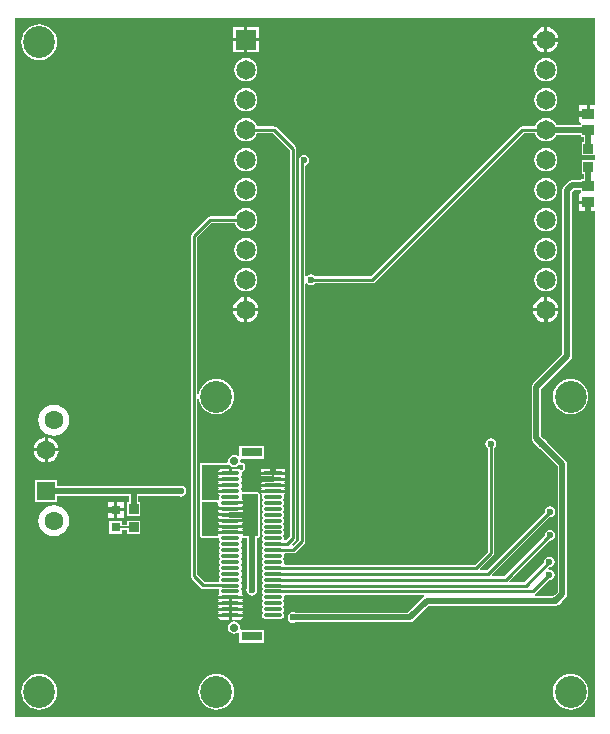
<source format=gtl>
G04*
G04 #@! TF.GenerationSoftware,Altium Limited,Altium Designer,18.1.9 (240)*
G04*
G04 Layer_Physical_Order=1*
G04 Layer_Color=255*
%FSLAX25Y25*%
%MOIN*%
G70*
G01*
G75*
%ADD11C,0.01000*%
%ADD12R,0.03150X0.03150*%
%ADD13R,0.03347X0.03347*%
%ADD14R,0.03937X0.03543*%
%ADD15R,0.07087X0.03150*%
%ADD16R,0.06299X0.01181*%
%ADD17O,0.06299X0.01181*%
%ADD31C,0.01968*%
%ADD32C,0.00600*%
%ADD33C,0.00984*%
%ADD34C,0.06500*%
%ADD35R,0.06500X0.06500*%
%ADD36R,0.06299X0.06299*%
%ADD37C,0.06299*%
%ADD38C,0.10630*%
%ADD39C,0.02756*%
%ADD40C,0.02362*%
G36*
X136164Y234589D02*
Y205331D01*
X134358D01*
Y202559D01*
X133858D01*
Y202059D01*
X130890D01*
Y199787D01*
X131290Y199616D01*
Y198859D01*
X123152D01*
X123017Y199186D01*
X122399Y199990D01*
X121595Y200607D01*
X120659Y200995D01*
X119653Y201127D01*
X118649Y200995D01*
X117712Y200607D01*
X116908Y199990D01*
X116291Y199186D01*
X115951Y198366D01*
X111811D01*
X111811Y198366D01*
X111382Y198280D01*
X111018Y198037D01*
X111018Y198037D01*
X61347Y148366D01*
X42731D01*
X42623Y148528D01*
X42033Y148922D01*
X41339Y149060D01*
X40644Y148922D01*
X40055Y148528D01*
X39999Y148446D01*
X39499Y148597D01*
Y185278D01*
X39760Y185330D01*
X40350Y185724D01*
X40743Y186313D01*
X40881Y187008D01*
X40743Y187703D01*
X40350Y188292D01*
X39760Y188686D01*
X39065Y188824D01*
X38370Y188686D01*
X37781Y188292D01*
X37388Y187703D01*
X37249Y187008D01*
X37328Y186610D01*
X37272Y186328D01*
Y60501D01*
X35306Y58534D01*
X35248Y58545D01*
X35083Y59088D01*
X36226Y60230D01*
X36226Y60231D01*
X36469Y60594D01*
X36555Y61024D01*
X36555Y61024D01*
Y190945D01*
X36555Y190945D01*
X36469Y191374D01*
X36226Y191738D01*
X36226Y191738D01*
X29927Y198037D01*
X29563Y198280D01*
X29134Y198366D01*
X29134Y198366D01*
X23356D01*
X23017Y199186D01*
X22399Y199990D01*
X21595Y200607D01*
X20659Y200995D01*
X19654Y201127D01*
X18649Y200995D01*
X17712Y200607D01*
X16908Y199990D01*
X16291Y199186D01*
X15903Y198249D01*
X15770Y197244D01*
X15903Y196239D01*
X16291Y195302D01*
X16908Y194498D01*
X17712Y193881D01*
X18649Y193493D01*
X19654Y193361D01*
X20659Y193493D01*
X21595Y193881D01*
X22399Y194498D01*
X23017Y195302D01*
X23356Y196123D01*
X28669D01*
X34312Y190480D01*
Y61488D01*
X33167Y60343D01*
X32803Y60382D01*
X32479Y60852D01*
X32513Y61024D01*
X32421Y61488D01*
X32157Y61882D01*
Y62134D01*
X32421Y62528D01*
X32513Y62992D01*
X32421Y63457D01*
X32157Y63850D01*
Y64102D01*
X32421Y64496D01*
X32513Y64961D01*
X32421Y65425D01*
X32157Y65819D01*
Y66071D01*
X32421Y66465D01*
X32513Y66929D01*
X32421Y67394D01*
X32157Y67787D01*
Y68039D01*
X32421Y68433D01*
X32513Y68898D01*
X32421Y69362D01*
X32157Y69756D01*
Y70008D01*
X32421Y70402D01*
X32513Y70866D01*
X32421Y71331D01*
X32157Y71724D01*
Y71976D01*
X32421Y72370D01*
X32513Y72835D01*
X32421Y73299D01*
X32157Y73693D01*
Y73945D01*
X32421Y74339D01*
X32513Y74803D01*
X32421Y75268D01*
X32263Y75503D01*
X32446Y75625D01*
X32798Y76151D01*
X32821Y76272D01*
X24659D01*
X24683Y76151D01*
X25034Y75625D01*
X25217Y75503D01*
X25060Y75268D01*
X24967Y74803D01*
X25060Y74339D01*
X25323Y73945D01*
Y73693D01*
X25060Y73299D01*
X24967Y72835D01*
X25060Y72370D01*
X25323Y71976D01*
Y71724D01*
X25060Y71331D01*
X24967Y70866D01*
X25060Y70402D01*
X25323Y70008D01*
Y69756D01*
X25060Y69362D01*
X24967Y68898D01*
X25060Y68433D01*
X25323Y68039D01*
Y67787D01*
X25060Y67394D01*
X24967Y66929D01*
X25060Y66465D01*
X25323Y66071D01*
Y65819D01*
X25060Y65425D01*
X24967Y64961D01*
X25060Y64496D01*
X25323Y64102D01*
Y63850D01*
X25060Y63457D01*
X24967Y62992D01*
X25060Y62528D01*
X25323Y62134D01*
Y61882D01*
X25060Y61488D01*
X24967Y61024D01*
X25060Y60559D01*
X25323Y60165D01*
Y59913D01*
X25060Y59520D01*
X24967Y59055D01*
X25060Y58591D01*
X25323Y58197D01*
Y57945D01*
X25060Y57551D01*
X24967Y57087D01*
X25060Y56622D01*
X25323Y56228D01*
Y55976D01*
X25060Y55583D01*
X24967Y55118D01*
X25060Y54654D01*
X25323Y54260D01*
Y54008D01*
X25060Y53614D01*
X24967Y53150D01*
X25060Y52685D01*
X25323Y52291D01*
Y52039D01*
X25060Y51646D01*
X24967Y51181D01*
X25060Y50717D01*
X25323Y50323D01*
Y50071D01*
X25060Y49677D01*
X24967Y49213D01*
X25060Y48748D01*
X25323Y48354D01*
Y48102D01*
X25060Y47709D01*
X24967Y47244D01*
X25060Y46780D01*
X25323Y46386D01*
Y46134D01*
X25060Y45740D01*
X24967Y45276D01*
X25060Y44811D01*
X25323Y44417D01*
Y44165D01*
X25060Y43772D01*
X24967Y43307D01*
X25060Y42843D01*
X25323Y42449D01*
Y42197D01*
X25060Y41803D01*
X24967Y41339D01*
X25060Y40874D01*
X25323Y40480D01*
Y40228D01*
X25060Y39835D01*
X24967Y39370D01*
X25060Y38906D01*
X25323Y38512D01*
Y38260D01*
X25060Y37866D01*
X24967Y37402D01*
X25060Y36937D01*
X25323Y36543D01*
Y36291D01*
X25060Y35898D01*
X24967Y35433D01*
X25060Y34969D01*
X25323Y34575D01*
X25717Y34312D01*
X26181Y34219D01*
X31299D01*
X31764Y34312D01*
X32157Y34575D01*
X32421Y34969D01*
X32513Y35433D01*
X32421Y35898D01*
X32157Y36291D01*
Y36543D01*
X32421Y36937D01*
X32513Y37402D01*
X32421Y37866D01*
X32157Y38260D01*
Y38512D01*
X32421Y38906D01*
X32513Y39370D01*
X32421Y39835D01*
X32157Y40228D01*
Y40480D01*
X32421Y40874D01*
X32513Y41339D01*
X32444Y41686D01*
X32721Y42186D01*
X79233D01*
X79308Y41959D01*
X79316Y41686D01*
X78860Y41381D01*
X73740Y36261D01*
X36222D01*
X36128Y36323D01*
X35433Y36462D01*
X34738Y36323D01*
X34149Y35930D01*
X33755Y35341D01*
X33617Y34646D01*
X33755Y33951D01*
X34149Y33362D01*
X34738Y32968D01*
X35433Y32830D01*
X36128Y32968D01*
X36222Y33030D01*
X74410D01*
X75028Y33153D01*
X75552Y33503D01*
X80671Y38623D01*
X122916D01*
X123534Y38746D01*
X123640Y38817D01*
X123923Y38873D01*
X124512Y39267D01*
X124906Y39856D01*
X124928Y39966D01*
X126339Y41377D01*
X126689Y41901D01*
X126812Y42520D01*
Y85724D01*
X126689Y86343D01*
X126339Y86867D01*
X120101Y93104D01*
X120079Y93215D01*
X119686Y93804D01*
X119097Y94197D01*
X118986Y94219D01*
X118151Y95055D01*
Y110748D01*
X127914Y120511D01*
X128264Y121035D01*
X128387Y121653D01*
Y176496D01*
X129016Y177125D01*
X131290D01*
Y175975D01*
X130890Y175803D01*
Y173531D01*
X133858D01*
Y173031D01*
X134358D01*
Y170260D01*
X136164D01*
X136164Y1631D01*
X-57424Y1631D01*
X-57424Y234589D01*
X136164Y234589D01*
D02*
G37*
G36*
X116291Y195302D02*
X116908Y194498D01*
X117712Y193881D01*
X118649Y193493D01*
X119653Y193361D01*
X120659Y193493D01*
X121595Y193881D01*
X122399Y194498D01*
X123017Y195302D01*
X123152Y195629D01*
X131290D01*
Y194872D01*
X132243D01*
Y193218D01*
X131585D01*
Y188672D01*
X136132D01*
X136164Y188185D01*
Y187602D01*
X135664Y187116D01*
X131585D01*
Y182569D01*
X132243D01*
Y180718D01*
X131290D01*
Y180355D01*
X128347D01*
X127728Y180233D01*
X127204Y179882D01*
X125629Y178307D01*
X125279Y177784D01*
X125156Y177165D01*
Y122323D01*
X115393Y112559D01*
X115043Y112036D01*
X114920Y111417D01*
Y94386D01*
X115043Y93768D01*
X115393Y93244D01*
X116702Y91935D01*
X116724Y91825D01*
X117118Y91236D01*
X117707Y90842D01*
X117817Y90820D01*
X123582Y85055D01*
Y43189D01*
X122644Y42251D01*
X122533Y42229D01*
X121972Y41854D01*
X116055D01*
X115908Y42354D01*
X116147Y42514D01*
X120674Y47041D01*
X120866Y47003D01*
X121561Y47141D01*
X122150Y47535D01*
X122544Y48124D01*
X122682Y48819D01*
X122544Y49514D01*
X122150Y50103D01*
X121561Y50497D01*
X120866Y50635D01*
X120590Y50580D01*
X120343Y51041D01*
X120674Y51372D01*
X120866Y51334D01*
X121561Y51472D01*
X122150Y51866D01*
X122544Y52455D01*
X122682Y53150D01*
X122544Y53844D01*
X122150Y54434D01*
X121561Y54827D01*
X120866Y54966D01*
X120171Y54827D01*
X119582Y54434D01*
X119188Y53844D01*
X119050Y53150D01*
X119088Y52958D01*
X112528Y46397D01*
X107746D01*
X107538Y46897D01*
X120871Y60230D01*
X121063Y60192D01*
X121758Y60330D01*
X122347Y60724D01*
X122741Y61313D01*
X122879Y62008D01*
X122741Y62703D01*
X122347Y63292D01*
X121758Y63686D01*
X121063Y63824D01*
X120368Y63686D01*
X119779Y63292D01*
X119385Y62703D01*
X119247Y62008D01*
X119285Y61816D01*
X105835Y48366D01*
X101840D01*
X101633Y48866D01*
X120871Y68104D01*
X121063Y68066D01*
X121758Y68204D01*
X122347Y68598D01*
X122741Y69187D01*
X122879Y69882D01*
X122741Y70577D01*
X122347Y71166D01*
X121758Y71560D01*
X121063Y71698D01*
X120368Y71560D01*
X119779Y71166D01*
X119385Y70577D01*
X119247Y69882D01*
X119285Y69690D01*
X99929Y50334D01*
X97903D01*
X97696Y50834D01*
X102171Y55309D01*
X102171Y55309D01*
X102414Y55673D01*
X102499Y56102D01*
X102499Y56102D01*
Y91127D01*
X102662Y91236D01*
X103056Y91825D01*
X103194Y92520D01*
X103056Y93215D01*
X102662Y93804D01*
X102073Y94197D01*
X101378Y94336D01*
X100683Y94197D01*
X100094Y93804D01*
X99700Y93215D01*
X99562Y92520D01*
X99700Y91825D01*
X100094Y91236D01*
X100256Y91127D01*
Y56567D01*
X95992Y52303D01*
X32721D01*
X32444Y52803D01*
X32513Y53150D01*
X32421Y53614D01*
X32157Y54008D01*
Y54260D01*
X32421Y54654D01*
X32513Y55118D01*
X32443Y55473D01*
X32715Y55973D01*
X35433D01*
X35859Y56058D01*
X36220Y56299D01*
X39173Y59252D01*
X39415Y59613D01*
X39499Y60039D01*
Y145891D01*
X39999Y146043D01*
X40055Y145960D01*
X40644Y145566D01*
X41339Y145428D01*
X42033Y145566D01*
X42623Y145960D01*
X42731Y146123D01*
X61811D01*
X61811Y146123D01*
X62240Y146208D01*
X62604Y146451D01*
X112276Y196123D01*
X115951D01*
X116291Y195302D01*
D02*
G37*
%LPC*%
G36*
X120153Y231465D02*
Y227744D01*
X123874D01*
X123794Y228354D01*
X123366Y229387D01*
X122685Y230275D01*
X121797Y230957D01*
X120763Y231385D01*
X120153Y231465D01*
D02*
G37*
G36*
X119153D02*
X118544Y231385D01*
X117510Y230957D01*
X116622Y230275D01*
X115941Y229387D01*
X115513Y228354D01*
X115433Y227744D01*
X119153D01*
Y231465D01*
D02*
G37*
G36*
X23903Y231494D02*
X20154D01*
Y227744D01*
X23903D01*
Y231494D01*
D02*
G37*
G36*
X19153D02*
X15404D01*
Y227744D01*
X19153D01*
Y231494D01*
D02*
G37*
G36*
X123874Y226744D02*
X120153D01*
Y223023D01*
X120763Y223103D01*
X121797Y223532D01*
X122685Y224213D01*
X123366Y225101D01*
X123794Y226135D01*
X123874Y226744D01*
D02*
G37*
G36*
X119153D02*
X115433D01*
X115513Y226135D01*
X115941Y225101D01*
X116622Y224213D01*
X117510Y223532D01*
X118544Y223103D01*
X119153Y223023D01*
Y226744D01*
D02*
G37*
G36*
X23903D02*
X20154D01*
Y222994D01*
X23903D01*
Y226744D01*
D02*
G37*
G36*
X19153D02*
X15404D01*
Y222994D01*
X19153D01*
Y226744D01*
D02*
G37*
G36*
X-49213Y232322D02*
X-50372Y232207D01*
X-51487Y231869D01*
X-52515Y231320D01*
X-53415Y230581D01*
X-54154Y229680D01*
X-54704Y228653D01*
X-55042Y227537D01*
X-55156Y226378D01*
X-55042Y225218D01*
X-54704Y224103D01*
X-54154Y223076D01*
X-53415Y222175D01*
X-52515Y221436D01*
X-51487Y220887D01*
X-50372Y220549D01*
X-49213Y220434D01*
X-48053Y220549D01*
X-46938Y220887D01*
X-45911Y221436D01*
X-45010Y222175D01*
X-44271Y223076D01*
X-43721Y224103D01*
X-43383Y225218D01*
X-43269Y226378D01*
X-43383Y227537D01*
X-43721Y228653D01*
X-44271Y229680D01*
X-45010Y230581D01*
X-45911Y231320D01*
X-46938Y231869D01*
X-48053Y232207D01*
X-49213Y232322D01*
D02*
G37*
G36*
X119653Y221127D02*
X118649Y220995D01*
X117712Y220607D01*
X116908Y219990D01*
X116291Y219186D01*
X115903Y218249D01*
X115770Y217244D01*
X115903Y216239D01*
X116291Y215302D01*
X116908Y214498D01*
X117712Y213881D01*
X118649Y213493D01*
X119653Y213361D01*
X120659Y213493D01*
X121595Y213881D01*
X122399Y214498D01*
X123017Y215302D01*
X123404Y216239D01*
X123537Y217244D01*
X123404Y218249D01*
X123017Y219186D01*
X122399Y219990D01*
X121595Y220607D01*
X120659Y220995D01*
X119653Y221127D01*
D02*
G37*
G36*
X19654D02*
X18649Y220995D01*
X17712Y220607D01*
X16908Y219990D01*
X16291Y219186D01*
X15903Y218249D01*
X15770Y217244D01*
X15903Y216239D01*
X16291Y215302D01*
X16908Y214498D01*
X17712Y213881D01*
X18649Y213493D01*
X19654Y213361D01*
X20659Y213493D01*
X21595Y213881D01*
X22399Y214498D01*
X23017Y215302D01*
X23404Y216239D01*
X23537Y217244D01*
X23404Y218249D01*
X23017Y219186D01*
X22399Y219990D01*
X21595Y220607D01*
X20659Y220995D01*
X19654Y221127D01*
D02*
G37*
G36*
X119653Y211127D02*
X118649Y210995D01*
X117712Y210607D01*
X116908Y209990D01*
X116291Y209186D01*
X115903Y208249D01*
X115770Y207244D01*
X115903Y206239D01*
X116291Y205303D01*
X116908Y204498D01*
X117712Y203881D01*
X118649Y203493D01*
X119653Y203361D01*
X120659Y203493D01*
X121595Y203881D01*
X122399Y204498D01*
X123017Y205303D01*
X123404Y206239D01*
X123537Y207244D01*
X123404Y208249D01*
X123017Y209186D01*
X122399Y209990D01*
X121595Y210607D01*
X120659Y210995D01*
X119653Y211127D01*
D02*
G37*
G36*
X19654D02*
X18649Y210995D01*
X17712Y210607D01*
X16908Y209990D01*
X16291Y209186D01*
X15903Y208249D01*
X15770Y207244D01*
X15903Y206239D01*
X16291Y205303D01*
X16908Y204498D01*
X17712Y203881D01*
X18649Y203493D01*
X19654Y203361D01*
X20659Y203493D01*
X21595Y203881D01*
X22399Y204498D01*
X23017Y205303D01*
X23404Y206239D01*
X23537Y207244D01*
X23404Y208249D01*
X23017Y209186D01*
X22399Y209990D01*
X21595Y210607D01*
X20659Y210995D01*
X19654Y211127D01*
D02*
G37*
G36*
X133358Y205331D02*
X130890D01*
Y203059D01*
X133358D01*
Y205331D01*
D02*
G37*
G36*
X19654Y191127D02*
X18649Y190995D01*
X17712Y190607D01*
X16908Y189990D01*
X16291Y189186D01*
X15903Y188249D01*
X15770Y187244D01*
X15903Y186239D01*
X16291Y185302D01*
X16908Y184498D01*
X17712Y183881D01*
X18649Y183493D01*
X19654Y183361D01*
X20659Y183493D01*
X21595Y183881D01*
X22399Y184498D01*
X23017Y185302D01*
X23404Y186239D01*
X23537Y187244D01*
X23404Y188249D01*
X23017Y189186D01*
X22399Y189990D01*
X21595Y190607D01*
X20659Y190995D01*
X19654Y191127D01*
D02*
G37*
G36*
Y181127D02*
X18649Y180995D01*
X17712Y180607D01*
X16908Y179990D01*
X16291Y179186D01*
X15903Y178249D01*
X15770Y177244D01*
X15903Y176239D01*
X16291Y175303D01*
X16908Y174498D01*
X17712Y173881D01*
X18649Y173493D01*
X19654Y173361D01*
X20659Y173493D01*
X21595Y173881D01*
X22399Y174498D01*
X23017Y175303D01*
X23404Y176239D01*
X23537Y177244D01*
X23404Y178249D01*
X23017Y179186D01*
X22399Y179990D01*
X21595Y180607D01*
X20659Y180995D01*
X19654Y181127D01*
D02*
G37*
G36*
X133358Y172531D02*
X130890D01*
Y170260D01*
X133358D01*
Y172531D01*
D02*
G37*
G36*
X19654Y171127D02*
X18649Y170995D01*
X17712Y170607D01*
X16908Y169990D01*
X16291Y169186D01*
X15951Y168366D01*
X7795D01*
X7795Y168366D01*
X7366Y168280D01*
X7002Y168037D01*
X7002Y168037D01*
X1569Y162604D01*
X1326Y162240D01*
X1241Y161811D01*
X1241Y161811D01*
Y54499D01*
Y48425D01*
X1241Y48425D01*
X1326Y47996D01*
X1569Y47632D01*
X4684Y44517D01*
X4684Y44517D01*
X5048Y44274D01*
X5477Y44189D01*
X5477Y44189D01*
X10564D01*
X10715Y43994D01*
X10870Y43689D01*
X10794Y43307D01*
X10886Y42843D01*
X11044Y42607D01*
X10861Y42485D01*
X10510Y41959D01*
X10486Y41839D01*
X18648D01*
X18624Y41959D01*
X18273Y42485D01*
X18090Y42607D01*
X18248Y42843D01*
X18340Y43307D01*
X18248Y43772D01*
X17984Y44165D01*
Y44417D01*
X18248Y44811D01*
X18340Y45276D01*
X18248Y45740D01*
X17984Y46134D01*
Y46386D01*
X18248Y46780D01*
X18340Y47244D01*
X18248Y47709D01*
X17984Y48102D01*
Y48354D01*
X18248Y48748D01*
X18340Y49213D01*
X18248Y49677D01*
X17984Y50071D01*
Y50323D01*
X18248Y50717D01*
X18340Y51181D01*
X18248Y51646D01*
X17984Y52039D01*
Y52291D01*
X18248Y52685D01*
X18340Y53150D01*
X18248Y53614D01*
X17984Y54008D01*
Y54260D01*
X18248Y54654D01*
X18340Y55118D01*
X18248Y55583D01*
X17984Y55976D01*
Y56228D01*
X18248Y56622D01*
X18340Y57087D01*
X18248Y57551D01*
X17984Y57945D01*
Y58197D01*
X18248Y58591D01*
X18340Y59055D01*
X18248Y59520D01*
X17984Y59913D01*
Y60165D01*
X18248Y60559D01*
X18303Y60838D01*
X18555Y61085D01*
X18595Y61104D01*
X18820Y61175D01*
X18851Y61162D01*
X20038D01*
Y44489D01*
X19976Y44396D01*
X19838Y43701D01*
X19976Y43006D01*
X20369Y42417D01*
X20959Y42023D01*
X21654Y41885D01*
X22348Y42023D01*
X22938Y42417D01*
X23331Y43006D01*
X23470Y43701D01*
X23331Y44396D01*
X23269Y44489D01*
Y61162D01*
X23622D01*
X24081Y61352D01*
X24272Y61811D01*
X24272Y75787D01*
X24081Y76247D01*
X23622Y76437D01*
X18783D01*
X18377Y76743D01*
X18315Y76899D01*
X18248Y77236D01*
X17984Y77630D01*
Y77882D01*
X18248Y78276D01*
X18340Y78740D01*
X18248Y79205D01*
X17984Y79598D01*
Y79850D01*
X18248Y80244D01*
X18340Y80709D01*
X18248Y81173D01*
X17984Y81567D01*
Y81819D01*
X18248Y82213D01*
X18340Y82677D01*
X18325Y82752D01*
X18374Y83198D01*
X18665Y83329D01*
X18735Y83385D01*
X18823Y83398D01*
X19037Y83528D01*
X19085Y83593D01*
X19160Y83624D01*
X19227Y83786D01*
X19331Y83928D01*
X19319Y84008D01*
X19350Y84083D01*
Y85630D01*
X19160Y86089D01*
X18701Y86279D01*
X18053D01*
X17736Y86666D01*
X17765Y86811D01*
X17709Y87089D01*
X18120Y87589D01*
X25797D01*
Y91939D01*
X17510D01*
Y88565D01*
X17010Y88346D01*
X16520Y88674D01*
X15748Y88828D01*
X14976Y88674D01*
X14322Y88237D01*
X13885Y87583D01*
X13731Y86811D01*
X13760Y86666D01*
X13443Y86279D01*
X4921D01*
X4462Y86089D01*
X4272Y85630D01*
Y73819D01*
X4406Y73494D01*
X4272Y73169D01*
X4272Y72670D01*
X4272Y61811D01*
X4462Y61352D01*
X4921Y61162D01*
X10283D01*
X10314Y61175D01*
X10539Y61104D01*
X10578Y61085D01*
X10831Y60838D01*
X10886Y60559D01*
X11150Y60165D01*
Y59913D01*
X10886Y59520D01*
X10794Y59055D01*
X10886Y58591D01*
X11150Y58197D01*
Y57945D01*
X10886Y57551D01*
X10794Y57087D01*
X10886Y56622D01*
X11150Y56228D01*
Y55976D01*
X10886Y55583D01*
X10794Y55118D01*
X10886Y54654D01*
X11150Y54260D01*
Y54008D01*
X10886Y53614D01*
X10794Y53150D01*
X10886Y52685D01*
X11150Y52291D01*
Y52039D01*
X10886Y51646D01*
X10794Y51181D01*
X10886Y50717D01*
X11150Y50323D01*
Y50071D01*
X10886Y49677D01*
X10794Y49213D01*
X10886Y48748D01*
X11150Y48354D01*
Y48102D01*
X10886Y47709D01*
X10794Y47244D01*
X10856Y46932D01*
X10563Y46432D01*
X5942D01*
X3484Y48890D01*
Y54499D01*
Y107382D01*
X3984Y107407D01*
X4013Y107108D01*
X4351Y105993D01*
X4901Y104966D01*
X5640Y104065D01*
X6540Y103326D01*
X7568Y102777D01*
X8683Y102438D01*
X9843Y102324D01*
X11002Y102438D01*
X12117Y102777D01*
X13145Y103326D01*
X14045Y104065D01*
X14784Y104966D01*
X15334Y105993D01*
X15672Y107108D01*
X15786Y108268D01*
X15672Y109427D01*
X15334Y110542D01*
X14784Y111570D01*
X14045Y112470D01*
X13145Y113210D01*
X12117Y113759D01*
X11002Y114097D01*
X9843Y114211D01*
X8683Y114097D01*
X7568Y113759D01*
X6540Y113210D01*
X5640Y112470D01*
X4901Y111570D01*
X4351Y110542D01*
X4013Y109427D01*
X3984Y109129D01*
X3484Y109153D01*
Y161346D01*
X8260Y166122D01*
X15951D01*
X16291Y165303D01*
X16908Y164498D01*
X17712Y163881D01*
X18649Y163493D01*
X19654Y163361D01*
X20659Y163493D01*
X21595Y163881D01*
X22399Y164498D01*
X23017Y165303D01*
X23404Y166239D01*
X23537Y167244D01*
X23404Y168249D01*
X23017Y169186D01*
X22399Y169990D01*
X21595Y170607D01*
X20659Y170995D01*
X19654Y171127D01*
D02*
G37*
G36*
Y161127D02*
X18649Y160995D01*
X17712Y160607D01*
X16908Y159990D01*
X16291Y159186D01*
X15903Y158249D01*
X15770Y157244D01*
X15903Y156239D01*
X16291Y155303D01*
X16908Y154498D01*
X17712Y153881D01*
X18649Y153493D01*
X19654Y153361D01*
X20659Y153493D01*
X21595Y153881D01*
X22399Y154498D01*
X23017Y155303D01*
X23404Y156239D01*
X23537Y157244D01*
X23404Y158249D01*
X23017Y159186D01*
X22399Y159990D01*
X21595Y160607D01*
X20659Y160995D01*
X19654Y161127D01*
D02*
G37*
G36*
Y151127D02*
X18649Y150995D01*
X17712Y150607D01*
X16908Y149990D01*
X16291Y149186D01*
X15903Y148249D01*
X15770Y147244D01*
X15903Y146239D01*
X16291Y145302D01*
X16908Y144498D01*
X17712Y143881D01*
X18649Y143493D01*
X19654Y143361D01*
X20659Y143493D01*
X21595Y143881D01*
X22399Y144498D01*
X23017Y145302D01*
X23404Y146239D01*
X23537Y147244D01*
X23404Y148249D01*
X23017Y149186D01*
X22399Y149990D01*
X21595Y150607D01*
X20659Y150995D01*
X19654Y151127D01*
D02*
G37*
G36*
X20154Y141465D02*
Y137744D01*
X23874D01*
X23794Y138354D01*
X23366Y139387D01*
X22685Y140275D01*
X21797Y140956D01*
X20763Y141385D01*
X20154Y141465D01*
D02*
G37*
G36*
X19153D02*
X18544Y141385D01*
X17510Y140956D01*
X16622Y140275D01*
X15941Y139387D01*
X15513Y138354D01*
X15433Y137744D01*
X19153D01*
Y141465D01*
D02*
G37*
G36*
X23874Y136744D02*
X20154D01*
Y133023D01*
X20763Y133104D01*
X21797Y133532D01*
X22685Y134213D01*
X23366Y135101D01*
X23794Y136135D01*
X23874Y136744D01*
D02*
G37*
G36*
X19153D02*
X15433D01*
X15513Y136135D01*
X15941Y135101D01*
X16622Y134213D01*
X17510Y133532D01*
X18544Y133104D01*
X19153Y133023D01*
Y136744D01*
D02*
G37*
G36*
X127953Y114211D02*
X126793Y114097D01*
X125678Y113759D01*
X124651Y113210D01*
X123750Y112470D01*
X123011Y111570D01*
X122462Y110542D01*
X122123Y109427D01*
X122009Y108268D01*
X122123Y107108D01*
X122462Y105993D01*
X123011Y104966D01*
X123750Y104065D01*
X124651Y103326D01*
X125678Y102777D01*
X126793Y102438D01*
X127953Y102324D01*
X129112Y102438D01*
X130227Y102777D01*
X131255Y103326D01*
X132156Y104065D01*
X132895Y104966D01*
X133444Y105993D01*
X133782Y107108D01*
X133896Y108268D01*
X133782Y109427D01*
X133444Y110542D01*
X132895Y111570D01*
X132156Y112470D01*
X131255Y113210D01*
X130227Y113759D01*
X129112Y114097D01*
X127953Y114211D01*
D02*
G37*
G36*
X-44370Y105566D02*
X-45709Y105389D01*
X-46956Y104873D01*
X-48027Y104051D01*
X-48849Y102980D01*
X-49366Y101732D01*
X-49542Y100394D01*
X-49366Y99055D01*
X-48849Y97808D01*
X-48027Y96737D01*
X-46956Y95915D01*
X-45709Y95398D01*
X-44370Y95222D01*
X-43031Y95398D01*
X-41784Y95915D01*
X-40713Y96737D01*
X-39891Y97808D01*
X-39375Y99055D01*
X-39198Y100394D01*
X-39375Y101732D01*
X-39891Y102980D01*
X-40713Y104051D01*
X-41784Y104873D01*
X-43031Y105389D01*
X-44370Y105566D01*
D02*
G37*
G36*
X-46350Y94671D02*
Y91051D01*
X-42731D01*
X-42808Y91635D01*
X-43226Y92644D01*
X-43891Y93511D01*
X-44758Y94176D01*
X-45767Y94594D01*
X-46350Y94671D01*
D02*
G37*
G36*
X-47350Y94671D02*
X-47934Y94594D01*
X-48943Y94176D01*
X-49810Y93511D01*
X-50475Y92644D01*
X-50893Y91635D01*
X-50970Y91051D01*
X-47350D01*
Y94671D01*
D02*
G37*
G36*
X-42731Y90051D02*
X-46350D01*
Y86432D01*
X-45767Y86508D01*
X-44758Y86927D01*
X-43891Y87592D01*
X-43226Y88459D01*
X-42808Y89468D01*
X-42731Y90051D01*
D02*
G37*
G36*
X-47350D02*
X-50970D01*
X-50893Y89468D01*
X-50475Y88459D01*
X-49810Y87592D01*
X-48943Y86927D01*
X-47934Y86508D01*
X-47350Y86432D01*
Y90051D01*
D02*
G37*
G36*
X32890Y84268D02*
X29240D01*
Y83177D01*
X32890D01*
Y84268D01*
D02*
G37*
G36*
X28240D02*
X24590D01*
Y83177D01*
X28240D01*
Y84268D01*
D02*
G37*
G36*
X32890Y82177D02*
X24590D01*
Y81209D01*
X32890D01*
Y82177D01*
D02*
G37*
G36*
X32821Y80209D02*
X24659D01*
X24683Y80088D01*
X24926Y79724D01*
X24683Y79361D01*
X24659Y79240D01*
X32821D01*
X32798Y79361D01*
X32555Y79724D01*
X32798Y80088D01*
X32821Y80209D01*
D02*
G37*
G36*
Y78240D02*
X24659D01*
X24683Y78119D01*
X24926Y77756D01*
X24683Y77392D01*
X24659Y77272D01*
X32821D01*
X32798Y77392D01*
X32555Y77756D01*
X32798Y78119D01*
X32821Y78240D01*
D02*
G37*
G36*
X-43101Y80521D02*
X-50600D01*
Y73022D01*
X-43101D01*
Y75156D01*
X-19332D01*
Y73058D01*
X-19990D01*
Y68511D01*
X-15443D01*
Y73058D01*
X-16101D01*
Y75156D01*
X-2757D01*
X-2663Y75094D01*
X-1969Y74956D01*
X-1274Y75094D01*
X-684Y75488D01*
X-291Y76077D01*
X-152Y76772D01*
X-291Y77466D01*
X-684Y78056D01*
X-1274Y78449D01*
X-1969Y78588D01*
X-2663Y78449D01*
X-2757Y78387D01*
X-43101D01*
Y80521D01*
D02*
G37*
G36*
X-21087Y73118D02*
X-23162D01*
Y71043D01*
X-21087D01*
Y73118D01*
D02*
G37*
G36*
X-24162D02*
X-26237D01*
Y71043D01*
X-24162D01*
Y73118D01*
D02*
G37*
G36*
X-21087Y70043D02*
X-23162D01*
Y67968D01*
X-21087D01*
Y70043D01*
D02*
G37*
G36*
X-24162D02*
X-26237D01*
Y67968D01*
X-24162D01*
Y70043D01*
D02*
G37*
G36*
X-15443Y66955D02*
X-19990D01*
Y65600D01*
X-21487D01*
Y66812D01*
X-25837D01*
Y62463D01*
X-21487D01*
Y63764D01*
X-19990D01*
Y62409D01*
X-15443D01*
Y66955D01*
D02*
G37*
G36*
X-44370Y72101D02*
X-45709Y71925D01*
X-46956Y71408D01*
X-48027Y70586D01*
X-48849Y69515D01*
X-49366Y68268D01*
X-49542Y66929D01*
X-49366Y65591D01*
X-48849Y64343D01*
X-48027Y63272D01*
X-46956Y62450D01*
X-45709Y61934D01*
X-44370Y61757D01*
X-43031Y61934D01*
X-41784Y62450D01*
X-40713Y63272D01*
X-39891Y64343D01*
X-39375Y65591D01*
X-39198Y66929D01*
X-39375Y68268D01*
X-39891Y69515D01*
X-40713Y70586D01*
X-41784Y71408D01*
X-43031Y71925D01*
X-44370Y72101D01*
D02*
G37*
G36*
X18648Y40839D02*
X10486D01*
X10510Y40718D01*
X10753Y40354D01*
X10510Y39991D01*
X10486Y39870D01*
X18648D01*
X18624Y39991D01*
X18381Y40354D01*
X18624Y40718D01*
X18648Y40839D01*
D02*
G37*
G36*
Y38870D02*
X10486D01*
X10510Y38750D01*
X10753Y38386D01*
X10510Y38022D01*
X10486Y37902D01*
X18648D01*
X18624Y38022D01*
X18381Y38386D01*
X18624Y38750D01*
X18648Y38870D01*
D02*
G37*
G36*
Y36902D02*
X10486D01*
X10510Y36781D01*
X10753Y36417D01*
X10510Y36054D01*
X10486Y35933D01*
X18648D01*
X18624Y36054D01*
X18381Y36417D01*
X18624Y36781D01*
X18648Y36902D01*
D02*
G37*
G36*
Y34933D02*
X15067D01*
Y33811D01*
X17126D01*
X17747Y33935D01*
X18273Y34286D01*
X18624Y34813D01*
X18648Y34933D01*
D02*
G37*
G36*
X14067D02*
X10486D01*
X10510Y34813D01*
X10861Y34286D01*
X11387Y33935D01*
X12008Y33811D01*
X14067D01*
Y34933D01*
D02*
G37*
G36*
X15748Y33316D02*
X14976Y33162D01*
X14322Y32725D01*
X13885Y32071D01*
X13731Y31299D01*
X13885Y30527D01*
X14322Y29873D01*
X14976Y29436D01*
X15748Y29283D01*
X16520Y29436D01*
X17010Y29764D01*
X17510Y29545D01*
Y26172D01*
X25797D01*
Y30521D01*
X18120D01*
X17709Y31021D01*
X17765Y31299D01*
X17611Y32071D01*
X17174Y32725D01*
X16520Y33162D01*
X15748Y33316D01*
D02*
G37*
G36*
X9843Y15786D02*
X8683Y15672D01*
X7568Y15334D01*
X6540Y14784D01*
X5640Y14045D01*
X4901Y13145D01*
X4351Y12117D01*
X4013Y11002D01*
X3899Y9843D01*
X4013Y8683D01*
X4351Y7568D01*
X4901Y6540D01*
X5640Y5640D01*
X6540Y4901D01*
X7568Y4351D01*
X8683Y4013D01*
X9843Y3899D01*
X11002Y4013D01*
X12117Y4351D01*
X13145Y4901D01*
X14045Y5640D01*
X14784Y6540D01*
X15334Y7568D01*
X15672Y8683D01*
X15786Y9843D01*
X15672Y11002D01*
X15334Y12117D01*
X14784Y13145D01*
X14045Y14045D01*
X13145Y14784D01*
X12117Y15334D01*
X11002Y15672D01*
X9843Y15786D01*
D02*
G37*
G36*
X-49213D02*
X-50372Y15672D01*
X-51487Y15334D01*
X-52515Y14784D01*
X-53415Y14045D01*
X-54154Y13145D01*
X-54704Y12117D01*
X-55042Y11002D01*
X-55156Y9843D01*
X-55042Y8683D01*
X-54704Y7568D01*
X-54154Y6540D01*
X-53415Y5640D01*
X-52515Y4901D01*
X-51487Y4351D01*
X-50372Y4013D01*
X-49213Y3899D01*
X-48053Y4013D01*
X-46938Y4351D01*
X-45911Y4901D01*
X-45010Y5640D01*
X-44271Y6540D01*
X-43721Y7568D01*
X-43383Y8683D01*
X-43269Y9843D01*
X-43383Y11002D01*
X-43721Y12117D01*
X-44271Y13145D01*
X-45010Y14045D01*
X-45911Y14784D01*
X-46938Y15334D01*
X-48053Y15672D01*
X-49213Y15786D01*
D02*
G37*
G36*
X127953Y15786D02*
X126793Y15672D01*
X125678Y15334D01*
X124651Y14784D01*
X123750Y14045D01*
X123011Y13145D01*
X122462Y12117D01*
X122123Y11002D01*
X122009Y9843D01*
X122123Y8683D01*
X122462Y7568D01*
X123011Y6540D01*
X123750Y5640D01*
X124651Y4901D01*
X125678Y4351D01*
X126793Y4013D01*
X127953Y3899D01*
X129112Y4013D01*
X130227Y4351D01*
X131255Y4901D01*
X132156Y5640D01*
X132895Y6540D01*
X133444Y7568D01*
X133782Y8683D01*
X133896Y9843D01*
X133782Y11002D01*
X133444Y12117D01*
X132895Y13145D01*
X132156Y14045D01*
X131255Y14784D01*
X130227Y15334D01*
X129112Y15672D01*
X127953Y15786D01*
D02*
G37*
%LPD*%
G36*
X18701Y84083D02*
X18487Y83953D01*
X18201Y83872D01*
X17747Y84175D01*
X17126Y84299D01*
X15067D01*
Y82677D01*
X14567D01*
Y82177D01*
X10486D01*
X10510Y82056D01*
X10753Y81693D01*
X10510Y81329D01*
X10486Y81209D01*
X14567D01*
Y80209D01*
X10486D01*
X10510Y80088D01*
X10753Y79724D01*
X10510Y79361D01*
X10486Y79240D01*
X14567D01*
Y78240D01*
X10486D01*
X10510Y78119D01*
X10753Y77756D01*
X10510Y77392D01*
X10486Y77272D01*
X14567D01*
Y76272D01*
X10486D01*
X10510Y76151D01*
X10861Y75625D01*
X11044Y75503D01*
X10886Y75268D01*
X10794Y74803D01*
X10886Y74339D01*
X10899Y74319D01*
X10632Y73819D01*
X4921D01*
Y85630D01*
X14158D01*
X14322Y85385D01*
X14976Y84948D01*
X15748Y84794D01*
X16520Y84948D01*
X17174Y85385D01*
X17338Y85630D01*
X18701D01*
Y84083D01*
D02*
G37*
G36*
X23622Y75787D02*
X23622Y61811D01*
X18851D01*
X18584Y62311D01*
X18624Y62371D01*
X18648Y62492D01*
X10486D01*
X10510Y62371D01*
X10550Y62311D01*
X10283Y61811D01*
X4921D01*
X4921Y72669D01*
X4921Y73169D01*
X10111D01*
X10386Y72835D01*
X10510Y72214D01*
X10753Y71850D01*
X10510Y71487D01*
X10486Y71366D01*
X18648D01*
X18624Y71487D01*
X18381Y71850D01*
X18624Y72214D01*
X18648Y72335D01*
X14567D01*
Y73335D01*
X18648D01*
X18624Y73455D01*
X18273Y73981D01*
X18090Y74103D01*
X18248Y74339D01*
X18340Y74803D01*
X18248Y75268D01*
X18234Y75287D01*
X18501Y75787D01*
X23622D01*
D02*
G37*
%LPC*%
G36*
X14067Y84299D02*
X12008D01*
X11387Y84175D01*
X10861Y83824D01*
X10510Y83298D01*
X10486Y83177D01*
X14067D01*
Y84299D01*
D02*
G37*
G36*
X18648Y70366D02*
X10486D01*
X10510Y70245D01*
X10753Y69882D01*
X10510Y69518D01*
X10486Y69398D01*
X18648D01*
X18624Y69518D01*
X18381Y69882D01*
X18624Y70245D01*
X18648Y70366D01*
D02*
G37*
G36*
Y68398D02*
X10486D01*
X10510Y68277D01*
X10753Y67913D01*
X10510Y67550D01*
X10486Y67429D01*
X18648D01*
X18624Y67550D01*
X18381Y67913D01*
X18624Y68277D01*
X18648Y68398D01*
D02*
G37*
G36*
Y66429D02*
X10486D01*
X10510Y66308D01*
X10753Y65945D01*
X10510Y65581D01*
X10486Y65461D01*
X18648D01*
X18624Y65581D01*
X18381Y65945D01*
X18624Y66308D01*
X18648Y66429D01*
D02*
G37*
G36*
Y64461D02*
X10486D01*
X10510Y64340D01*
X10753Y63976D01*
X10510Y63613D01*
X10486Y63492D01*
X18648D01*
X18624Y63613D01*
X18381Y63976D01*
X18624Y64340D01*
X18648Y64461D01*
D02*
G37*
G36*
X119653Y191127D02*
X118649Y190995D01*
X117712Y190607D01*
X116908Y189990D01*
X116291Y189186D01*
X115903Y188249D01*
X115770Y187244D01*
X115903Y186239D01*
X116291Y185302D01*
X116908Y184498D01*
X117712Y183881D01*
X118649Y183493D01*
X119653Y183361D01*
X120659Y183493D01*
X121595Y183881D01*
X122399Y184498D01*
X123017Y185302D01*
X123404Y186239D01*
X123537Y187244D01*
X123404Y188249D01*
X123017Y189186D01*
X122399Y189990D01*
X121595Y190607D01*
X120659Y190995D01*
X119653Y191127D01*
D02*
G37*
G36*
Y181127D02*
X118649Y180995D01*
X117712Y180607D01*
X116908Y179990D01*
X116291Y179186D01*
X115903Y178249D01*
X115770Y177244D01*
X115903Y176239D01*
X116291Y175303D01*
X116908Y174498D01*
X117712Y173881D01*
X118649Y173493D01*
X119653Y173361D01*
X120659Y173493D01*
X121595Y173881D01*
X122399Y174498D01*
X123017Y175303D01*
X123404Y176239D01*
X123537Y177244D01*
X123404Y178249D01*
X123017Y179186D01*
X122399Y179990D01*
X121595Y180607D01*
X120659Y180995D01*
X119653Y181127D01*
D02*
G37*
G36*
Y171127D02*
X118649Y170995D01*
X117712Y170607D01*
X116908Y169990D01*
X116291Y169186D01*
X115903Y168249D01*
X115770Y167244D01*
X115903Y166239D01*
X116291Y165303D01*
X116908Y164498D01*
X117712Y163881D01*
X118649Y163493D01*
X119653Y163361D01*
X120659Y163493D01*
X121595Y163881D01*
X122399Y164498D01*
X123017Y165303D01*
X123404Y166239D01*
X123537Y167244D01*
X123404Y168249D01*
X123017Y169186D01*
X122399Y169990D01*
X121595Y170607D01*
X120659Y170995D01*
X119653Y171127D01*
D02*
G37*
G36*
Y161127D02*
X118649Y160995D01*
X117712Y160607D01*
X116908Y159990D01*
X116291Y159186D01*
X115903Y158249D01*
X115770Y157244D01*
X115903Y156239D01*
X116291Y155303D01*
X116908Y154498D01*
X117712Y153881D01*
X118649Y153493D01*
X119653Y153361D01*
X120659Y153493D01*
X121595Y153881D01*
X122399Y154498D01*
X123017Y155303D01*
X123404Y156239D01*
X123537Y157244D01*
X123404Y158249D01*
X123017Y159186D01*
X122399Y159990D01*
X121595Y160607D01*
X120659Y160995D01*
X119653Y161127D01*
D02*
G37*
G36*
Y151127D02*
X118649Y150995D01*
X117712Y150607D01*
X116908Y149990D01*
X116291Y149186D01*
X115903Y148249D01*
X115770Y147244D01*
X115903Y146239D01*
X116291Y145302D01*
X116908Y144498D01*
X117712Y143881D01*
X118649Y143493D01*
X119653Y143361D01*
X120659Y143493D01*
X121595Y143881D01*
X122399Y144498D01*
X123017Y145302D01*
X123404Y146239D01*
X123537Y147244D01*
X123404Y148249D01*
X123017Y149186D01*
X122399Y149990D01*
X121595Y150607D01*
X120659Y150995D01*
X119653Y151127D01*
D02*
G37*
G36*
X120153Y141465D02*
Y137744D01*
X123874D01*
X123794Y138354D01*
X123366Y139387D01*
X122685Y140275D01*
X121797Y140956D01*
X120763Y141385D01*
X120153Y141465D01*
D02*
G37*
G36*
X119153D02*
X118544Y141385D01*
X117510Y140956D01*
X116622Y140275D01*
X115941Y139387D01*
X115513Y138354D01*
X115433Y137744D01*
X119153D01*
Y141465D01*
D02*
G37*
G36*
X123874Y136744D02*
X120153D01*
Y133023D01*
X120763Y133104D01*
X121797Y133532D01*
X122685Y134213D01*
X123366Y135101D01*
X123794Y136135D01*
X123874Y136744D01*
D02*
G37*
G36*
X119153D02*
X115433D01*
X115513Y136135D01*
X115941Y135101D01*
X116622Y134213D01*
X117510Y133532D01*
X118544Y133104D01*
X119153Y133023D01*
Y136744D01*
D02*
G37*
%LPD*%
D11*
X101378Y56102D02*
Y92520D01*
X96457Y51181D02*
X101378Y56102D01*
X28740Y51181D02*
X96457D01*
X100394Y49213D02*
X121063Y69882D01*
X28740Y49213D02*
X100394D01*
X66535Y47244D02*
X106299D01*
X66535Y47244D02*
X66535Y47244D01*
X28740Y47244D02*
X66535D01*
X28740Y45276D02*
X112992D01*
X106299Y47244D02*
X121063Y62008D01*
X112992Y45276D02*
X120866Y53150D01*
X28740Y43307D02*
X115354D01*
X120866Y48819D01*
X35433Y61024D02*
Y190945D01*
X33465Y59055D02*
X35433Y61024D01*
X28740Y59055D02*
X33465D01*
X29134Y197244D02*
X35433Y190945D01*
X41339Y147244D02*
X61811D01*
X19654Y197244D02*
X29134D01*
X2362Y54499D02*
Y161811D01*
Y48425D02*
Y54499D01*
X7795Y167244D02*
X19654D01*
X2362Y161811D02*
X7795Y167244D01*
X5477Y45310D02*
X14532D01*
X2362Y48425D02*
X5477Y45310D01*
X61811Y147244D02*
X111811Y197244D01*
X119653D01*
X119575Y124803D02*
Y137165D01*
Y227165D02*
X133444D01*
X14567Y35433D02*
Y37402D01*
Y39370D01*
Y41339D01*
X14532Y45310D02*
X14567Y45276D01*
D12*
X-23662Y64638D02*
D03*
Y70543D02*
D03*
D13*
X-17717Y70784D02*
D03*
Y64682D02*
D03*
X133858Y184843D02*
D03*
Y190945D02*
D03*
D14*
Y197244D02*
D03*
Y202559D02*
D03*
Y173031D02*
D03*
Y178347D02*
D03*
D15*
X21654Y28346D02*
D03*
Y89764D02*
D03*
D16*
X28740Y82677D02*
D03*
D17*
Y80709D02*
D03*
Y78740D02*
D03*
Y76772D02*
D03*
Y74803D02*
D03*
Y72835D02*
D03*
Y70866D02*
D03*
Y68898D02*
D03*
Y66929D02*
D03*
Y64961D02*
D03*
Y62992D02*
D03*
Y61024D02*
D03*
Y59055D02*
D03*
Y57087D02*
D03*
Y55118D02*
D03*
Y53150D02*
D03*
Y51181D02*
D03*
Y49213D02*
D03*
Y47244D02*
D03*
Y45276D02*
D03*
Y43307D02*
D03*
Y41339D02*
D03*
Y39370D02*
D03*
Y37402D02*
D03*
Y35433D02*
D03*
X14567D02*
D03*
Y37402D02*
D03*
Y39370D02*
D03*
Y41339D02*
D03*
Y43307D02*
D03*
Y45276D02*
D03*
Y47244D02*
D03*
Y49213D02*
D03*
Y51181D02*
D03*
Y53150D02*
D03*
Y55118D02*
D03*
Y57087D02*
D03*
Y59055D02*
D03*
Y61024D02*
D03*
Y62992D02*
D03*
Y64961D02*
D03*
Y66929D02*
D03*
Y68898D02*
D03*
Y70866D02*
D03*
Y72835D02*
D03*
Y74803D02*
D03*
Y76772D02*
D03*
Y78740D02*
D03*
Y80709D02*
D03*
Y82677D02*
D03*
D31*
X-27559Y70472D02*
X-27488Y70543D01*
X-23662D01*
X-17717Y76772D02*
X-1969D01*
X-46850D02*
X-17717D01*
Y70784D02*
Y76772D01*
X80002Y40239D02*
X122916D01*
X123228Y40551D01*
X74410Y34646D02*
X80002Y40239D01*
X118402Y92520D02*
X125197Y85724D01*
Y42520D02*
Y85724D01*
X123228Y40551D02*
X125197Y42520D01*
X116535Y94386D02*
X118402Y92520D01*
X22638Y80709D02*
X28740D01*
Y82677D02*
Y85315D01*
X22638Y80709D02*
X22638Y80709D01*
X14567Y68898D02*
X19685D01*
X21654Y66929D01*
Y43701D02*
Y66929D01*
X-1969Y76772D02*
X-1969Y76772D01*
X126772Y121653D02*
Y177165D01*
X116535Y111417D02*
X126772Y121653D01*
X133465Y178740D02*
X133858Y178347D01*
X128347Y178740D02*
X133465D01*
X126772Y177165D02*
X128347Y178740D01*
X119653Y197244D02*
X133858D01*
X116535Y94386D02*
Y111417D01*
X35433Y34646D02*
X74410D01*
X133858Y169291D02*
Y173031D01*
X129575Y202362D02*
X129772Y202559D01*
X133858D01*
Y190945D02*
Y197244D01*
Y178347D02*
Y184843D01*
D32*
X-23662Y64638D02*
X-23618Y64682D01*
X-17717D01*
D33*
X35433Y57087D02*
X38386Y60039D01*
X28740Y57087D02*
X35433D01*
X38386Y60039D02*
Y186328D01*
X39065Y187008D01*
D34*
X119653Y137244D02*
D03*
Y147244D02*
D03*
Y157244D02*
D03*
Y167244D02*
D03*
Y177244D02*
D03*
Y187244D02*
D03*
Y197244D02*
D03*
Y207244D02*
D03*
Y217244D02*
D03*
Y227244D02*
D03*
X19654Y137244D02*
D03*
Y147244D02*
D03*
Y157244D02*
D03*
Y167244D02*
D03*
Y177244D02*
D03*
Y187244D02*
D03*
Y197244D02*
D03*
Y207244D02*
D03*
Y217244D02*
D03*
D35*
Y227244D02*
D03*
D36*
X-46850Y76772D02*
D03*
D37*
Y90551D02*
D03*
X-44370Y66929D02*
D03*
Y100394D02*
D03*
D38*
X127953Y9843D02*
D03*
X-49213Y226378D02*
D03*
Y9843D02*
D03*
X9843Y108268D02*
D03*
X127953D02*
D03*
X9843Y9843D02*
D03*
D39*
X15748Y31299D02*
D03*
Y86811D02*
D03*
D40*
X127953Y118110D02*
D03*
X98425Y216535D02*
D03*
Y177165D02*
D03*
X108268Y157480D02*
D03*
X98425Y137795D02*
D03*
X108268Y118110D02*
D03*
X98425Y98425D02*
D03*
Y59055D02*
D03*
Y19685D02*
D03*
X78740Y216535D02*
D03*
X88583Y196850D02*
D03*
X78740Y177165D02*
D03*
X88583Y157480D02*
D03*
X78740Y137795D02*
D03*
X88583Y118110D02*
D03*
X78740Y98425D02*
D03*
X88583Y78740D02*
D03*
X78740Y59055D02*
D03*
X59055Y216535D02*
D03*
X68898Y196850D02*
D03*
X59055Y177165D02*
D03*
Y137795D02*
D03*
X68898Y118110D02*
D03*
X59055Y98425D02*
D03*
Y59055D02*
D03*
X39370Y216535D02*
D03*
X49213Y196850D02*
D03*
Y157480D02*
D03*
Y118110D02*
D03*
Y39370D02*
D03*
X39370Y19685D02*
D03*
X29528Y157480D02*
D03*
Y118110D02*
D03*
X19685Y98425D02*
D03*
Y19685D02*
D03*
X0Y216535D02*
D03*
X9843Y196850D02*
D03*
X0Y177165D02*
D03*
X9843Y157480D02*
D03*
X0Y137795D02*
D03*
X9843Y118110D02*
D03*
X0Y98425D02*
D03*
Y59055D02*
D03*
Y19685D02*
D03*
X-19685Y216535D02*
D03*
X-9843Y196850D02*
D03*
X-19685Y177165D02*
D03*
X-9843Y157480D02*
D03*
X-19685Y137795D02*
D03*
X-9843Y118110D02*
D03*
X-19685Y98425D02*
D03*
Y59055D02*
D03*
X-9843Y39370D02*
D03*
X-19685Y19685D02*
D03*
X-39370Y216535D02*
D03*
X-29528Y196850D02*
D03*
X-39370Y177165D02*
D03*
X-29528Y157480D02*
D03*
X-39370Y137795D02*
D03*
X-29528Y118110D02*
D03*
X-39370Y59055D02*
D03*
X-29528Y39370D02*
D03*
X-39370Y19685D02*
D03*
X-27559Y70472D02*
D03*
X123364Y34449D02*
D03*
X7874Y37402D02*
D03*
X120866Y48819D02*
D03*
Y53150D02*
D03*
X121063Y62008D02*
D03*
Y69882D02*
D03*
X101378Y92520D02*
D03*
X118402D02*
D03*
X28740Y85315D02*
D03*
X22638Y80709D02*
D03*
X39065Y187008D02*
D03*
X41339Y147244D02*
D03*
X7874Y76772D02*
D03*
X-1969D02*
D03*
X21654Y43701D02*
D03*
X35433Y34646D02*
D03*
X123228Y40551D02*
D03*
X133858Y169291D02*
D03*
X129575Y202362D02*
D03*
X125689Y19783D02*
D03*
X119575Y124803D02*
D03*
X-29921Y62992D02*
D03*
X113563Y33248D02*
D03*
X133444Y227165D02*
D03*
X59606Y75354D02*
D03*
X70256Y88760D02*
D03*
X61572Y27776D02*
D03*
X65827Y37795D02*
D03*
X114173Y79921D02*
D03*
X43701Y82677D02*
D03*
X7874Y41339D02*
D03*
M02*

</source>
